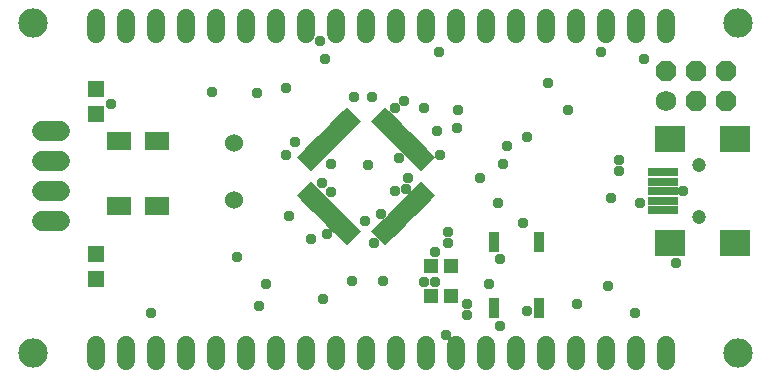
<source format=gbr>
G04 EAGLE Gerber X2 export*
%TF.Part,Single*%
%TF.FileFunction,Soldermask,Top,1*%
%TF.FilePolarity,Negative*%
%TF.GenerationSoftware,Autodesk,EAGLE,8.6.3*%
%TF.CreationDate,2019-03-08T23:17:09Z*%
G75*
%MOMM*%
%FSLAX34Y34*%
%LPD*%
%AMOC8*
5,1,8,0,0,1.08239X$1,22.5*%
G01*
%ADD10R,2.603200X2.203200*%
%ADD11R,2.511200X0.703200*%
%ADD12C,1.203200*%
%ADD13R,1.403200X1.403200*%
%ADD14C,1.524000*%
%ADD15R,1.203200X1.303200*%
%ADD16R,0.965200X1.727200*%
%ADD17C,1.727200*%
%ADD18P,1.869504X8X22.500000*%
%ADD19C,1.727200*%
%ADD20C,1.524000*%
%ADD21R,0.503200X1.703200*%
%ADD22R,2.103200X1.503200*%
%ADD23C,0.959600*%
%ADD24C,2.489200*%


D10*
X564440Y118560D03*
D11*
X558800Y146560D03*
X558800Y154560D03*
X558800Y162560D03*
X558800Y170560D03*
X558800Y178560D03*
D10*
X619440Y118560D03*
X564440Y206560D03*
X619440Y206560D03*
D12*
X589440Y140560D03*
X589440Y184560D03*
D13*
X78740Y249260D03*
X78740Y228260D03*
X78740Y88560D03*
X78740Y109560D03*
D14*
X195580Y154940D03*
X195580Y203200D03*
D15*
X362340Y99060D03*
X379340Y99060D03*
X362340Y73660D03*
X379340Y73660D03*
D16*
X415290Y63500D03*
X415290Y119380D03*
X453390Y63500D03*
X453390Y119380D03*
D17*
X561340Y238760D03*
D18*
X586740Y238760D03*
X612140Y238760D03*
X561340Y264160D03*
X586740Y264160D03*
X612140Y264160D03*
D19*
X48260Y137160D02*
X33020Y137160D01*
X33020Y162560D02*
X48260Y162560D01*
X48260Y187960D02*
X33020Y187960D01*
X33020Y213360D02*
X48260Y213360D01*
D20*
X78740Y32004D02*
X78740Y18796D01*
X104140Y18796D02*
X104140Y32004D01*
X129540Y32004D02*
X129540Y18796D01*
X154940Y18796D02*
X154940Y32004D01*
X180340Y32004D02*
X180340Y18796D01*
X205740Y18796D02*
X205740Y32004D01*
X231140Y32004D02*
X231140Y18796D01*
X256540Y18796D02*
X256540Y32004D01*
X281940Y32004D02*
X281940Y18796D01*
X307340Y18796D02*
X307340Y32004D01*
X332740Y32004D02*
X332740Y18796D01*
X358140Y18796D02*
X358140Y32004D01*
X383540Y32004D02*
X383540Y18796D01*
X408940Y18796D02*
X408940Y32004D01*
X434340Y32004D02*
X434340Y18796D01*
X459740Y18796D02*
X459740Y32004D01*
X485140Y32004D02*
X485140Y18796D01*
X510540Y18796D02*
X510540Y32004D01*
X535940Y32004D02*
X535940Y18796D01*
X561340Y18796D02*
X561340Y32004D01*
X78740Y295656D02*
X78740Y308864D01*
X104140Y308864D02*
X104140Y295656D01*
X129540Y295656D02*
X129540Y308864D01*
X154940Y308864D02*
X154940Y295656D01*
X180340Y295656D02*
X180340Y308864D01*
X205740Y308864D02*
X205740Y295656D01*
X231140Y295656D02*
X231140Y308864D01*
X256540Y308864D02*
X256540Y295656D01*
X281940Y295656D02*
X281940Y308864D01*
X307340Y308864D02*
X307340Y295656D01*
X332740Y295656D02*
X332740Y308864D01*
X358140Y308864D02*
X358140Y295656D01*
X383540Y295656D02*
X383540Y308864D01*
X408940Y308864D02*
X408940Y295656D01*
X434340Y295656D02*
X434340Y308864D01*
X459740Y308864D02*
X459740Y295656D01*
X485140Y295656D02*
X485140Y308864D01*
X510540Y308864D02*
X510540Y295656D01*
X535940Y295656D02*
X535940Y308864D01*
X561340Y308864D02*
X561340Y295656D01*
D21*
G36*
X260670Y171039D02*
X264228Y167481D01*
X252186Y155439D01*
X248628Y158997D01*
X260670Y171039D01*
G37*
G36*
X264206Y167504D02*
X267764Y163946D01*
X255722Y151904D01*
X252164Y155462D01*
X264206Y167504D01*
G37*
G36*
X267741Y163968D02*
X271299Y160410D01*
X259257Y148368D01*
X255699Y151926D01*
X267741Y163968D01*
G37*
G36*
X271277Y160433D02*
X274835Y156875D01*
X262793Y144833D01*
X259235Y148391D01*
X271277Y160433D01*
G37*
G36*
X274812Y156897D02*
X278370Y153339D01*
X266328Y141297D01*
X262770Y144855D01*
X274812Y156897D01*
G37*
G36*
X278348Y153362D02*
X281906Y149804D01*
X269864Y137762D01*
X266306Y141320D01*
X278348Y153362D01*
G37*
G36*
X281884Y149826D02*
X285442Y146268D01*
X273400Y134226D01*
X269842Y137784D01*
X281884Y149826D01*
G37*
G36*
X285419Y146290D02*
X288977Y142732D01*
X276935Y130690D01*
X273377Y134248D01*
X285419Y146290D01*
G37*
G36*
X288955Y142755D02*
X292513Y139197D01*
X280471Y127155D01*
X276913Y130713D01*
X288955Y142755D01*
G37*
G36*
X292490Y139219D02*
X296048Y135661D01*
X284006Y123619D01*
X280448Y127177D01*
X292490Y139219D01*
G37*
G36*
X296026Y135684D02*
X299584Y132126D01*
X287542Y120084D01*
X283984Y123642D01*
X296026Y135684D01*
G37*
G36*
X299561Y132148D02*
X303119Y128590D01*
X291077Y116548D01*
X287519Y120106D01*
X299561Y132148D01*
G37*
G36*
X311561Y128590D02*
X315119Y132148D01*
X327161Y120106D01*
X323603Y116548D01*
X311561Y128590D01*
G37*
G36*
X315096Y132126D02*
X318654Y135684D01*
X330696Y123642D01*
X327138Y120084D01*
X315096Y132126D01*
G37*
G36*
X318632Y135661D02*
X322190Y139219D01*
X334232Y127177D01*
X330674Y123619D01*
X318632Y135661D01*
G37*
G36*
X322167Y139197D02*
X325725Y142755D01*
X337767Y130713D01*
X334209Y127155D01*
X322167Y139197D01*
G37*
G36*
X325703Y142732D02*
X329261Y146290D01*
X341303Y134248D01*
X337745Y130690D01*
X325703Y142732D01*
G37*
G36*
X329238Y146268D02*
X332796Y149826D01*
X344838Y137784D01*
X341280Y134226D01*
X329238Y146268D01*
G37*
G36*
X332774Y149804D02*
X336332Y153362D01*
X348374Y141320D01*
X344816Y137762D01*
X332774Y149804D01*
G37*
G36*
X336310Y153339D02*
X339868Y156897D01*
X351910Y144855D01*
X348352Y141297D01*
X336310Y153339D01*
G37*
G36*
X339845Y156875D02*
X343403Y160433D01*
X355445Y148391D01*
X351887Y144833D01*
X339845Y156875D01*
G37*
G36*
X343381Y160410D02*
X346939Y163968D01*
X358981Y151926D01*
X355423Y148368D01*
X343381Y160410D01*
G37*
G36*
X346916Y163946D02*
X350474Y167504D01*
X362516Y155462D01*
X358958Y151904D01*
X346916Y163946D01*
G37*
G36*
X350452Y167481D02*
X354010Y171039D01*
X366052Y158997D01*
X362494Y155439D01*
X350452Y167481D01*
G37*
G36*
X354010Y179481D02*
X350452Y183039D01*
X362494Y195081D01*
X366052Y191523D01*
X354010Y179481D01*
G37*
G36*
X350474Y183016D02*
X346916Y186574D01*
X358958Y198616D01*
X362516Y195058D01*
X350474Y183016D01*
G37*
G36*
X346939Y186552D02*
X343381Y190110D01*
X355423Y202152D01*
X358981Y198594D01*
X346939Y186552D01*
G37*
G36*
X343403Y190087D02*
X339845Y193645D01*
X351887Y205687D01*
X355445Y202129D01*
X343403Y190087D01*
G37*
G36*
X339868Y193623D02*
X336310Y197181D01*
X348352Y209223D01*
X351910Y205665D01*
X339868Y193623D01*
G37*
G36*
X336332Y197158D02*
X332774Y200716D01*
X344816Y212758D01*
X348374Y209200D01*
X336332Y197158D01*
G37*
G36*
X332796Y200694D02*
X329238Y204252D01*
X341280Y216294D01*
X344838Y212736D01*
X332796Y200694D01*
G37*
G36*
X329261Y204230D02*
X325703Y207788D01*
X337745Y219830D01*
X341303Y216272D01*
X329261Y204230D01*
G37*
G36*
X325725Y207765D02*
X322167Y211323D01*
X334209Y223365D01*
X337767Y219807D01*
X325725Y207765D01*
G37*
G36*
X322190Y211301D02*
X318632Y214859D01*
X330674Y226901D01*
X334232Y223343D01*
X322190Y211301D01*
G37*
G36*
X318654Y214836D02*
X315096Y218394D01*
X327138Y230436D01*
X330696Y226878D01*
X318654Y214836D01*
G37*
G36*
X315119Y218372D02*
X311561Y221930D01*
X323603Y233972D01*
X327161Y230414D01*
X315119Y218372D01*
G37*
G36*
X303119Y221930D02*
X299561Y218372D01*
X287519Y230414D01*
X291077Y233972D01*
X303119Y221930D01*
G37*
G36*
X299584Y218394D02*
X296026Y214836D01*
X283984Y226878D01*
X287542Y230436D01*
X299584Y218394D01*
G37*
G36*
X296048Y214859D02*
X292490Y211301D01*
X280448Y223343D01*
X284006Y226901D01*
X296048Y214859D01*
G37*
G36*
X292513Y211323D02*
X288955Y207765D01*
X276913Y219807D01*
X280471Y223365D01*
X292513Y211323D01*
G37*
G36*
X288977Y207788D02*
X285419Y204230D01*
X273377Y216272D01*
X276935Y219830D01*
X288977Y207788D01*
G37*
G36*
X285442Y204252D02*
X281884Y200694D01*
X269842Y212736D01*
X273400Y216294D01*
X285442Y204252D01*
G37*
G36*
X281906Y200716D02*
X278348Y197158D01*
X266306Y209200D01*
X269864Y212758D01*
X281906Y200716D01*
G37*
G36*
X278370Y197181D02*
X274812Y193623D01*
X262770Y205665D01*
X266328Y209223D01*
X278370Y197181D01*
G37*
G36*
X274835Y193645D02*
X271277Y190087D01*
X259235Y202129D01*
X262793Y205687D01*
X274835Y193645D01*
G37*
G36*
X271299Y190110D02*
X267741Y186552D01*
X255699Y198594D01*
X259257Y202152D01*
X271299Y190110D01*
G37*
G36*
X267764Y186574D02*
X264206Y183016D01*
X252164Y195058D01*
X255722Y198616D01*
X267764Y186574D01*
G37*
G36*
X264228Y183039D02*
X260670Y179481D01*
X248628Y191523D01*
X252186Y195081D01*
X264228Y183039D01*
G37*
D22*
X130300Y150300D03*
X130300Y205300D03*
X98300Y205300D03*
X98300Y150300D03*
D23*
X576072Y163068D03*
X365760Y85344D03*
X271272Y71628D03*
X339852Y239268D03*
X335280Y190500D03*
X239268Y249936D03*
X216408Y65532D03*
X365760Y111252D03*
X420624Y105156D03*
X306324Y137160D03*
X534924Y59436D03*
X274320Y126492D03*
X332232Y233172D03*
X246888Y204216D03*
X342900Y173736D03*
X393192Y67056D03*
X486156Y67056D03*
X569976Y102108D03*
X376428Y118872D03*
X332232Y163068D03*
X214884Y245364D03*
X239268Y193548D03*
X277368Y185928D03*
X419100Y152400D03*
X268224Y289560D03*
X272796Y274320D03*
X542544Y274320D03*
X176784Y246888D03*
X320040Y143256D03*
X403860Y173736D03*
X539496Y152400D03*
X368808Y280416D03*
X356616Y233172D03*
X309372Y184404D03*
X512064Y82296D03*
X440436Y135636D03*
X91440Y236220D03*
X521208Y179832D03*
X370332Y193548D03*
X198120Y106680D03*
X521208Y188976D03*
X443484Y208788D03*
X385572Y231648D03*
X367284Y213360D03*
X242316Y141732D03*
X277368Y161544D03*
X260604Y121920D03*
X295656Y86868D03*
X321564Y86868D03*
X356616Y85344D03*
X393192Y57912D03*
X313944Y118872D03*
X411480Y83820D03*
X443484Y60960D03*
X478536Y231648D03*
X384048Y216408D03*
X269748Y169164D03*
X222504Y83820D03*
X124968Y59436D03*
X341376Y164592D03*
X376428Y128016D03*
X374904Y41148D03*
X420624Y48768D03*
X297180Y242316D03*
X312420Y242316D03*
X515112Y156972D03*
X461772Y254508D03*
X423672Y185928D03*
X426720Y201168D03*
X505968Y280416D03*
D24*
X25400Y25400D03*
X622300Y25400D03*
X622300Y304800D03*
X25400Y304800D03*
M02*

</source>
